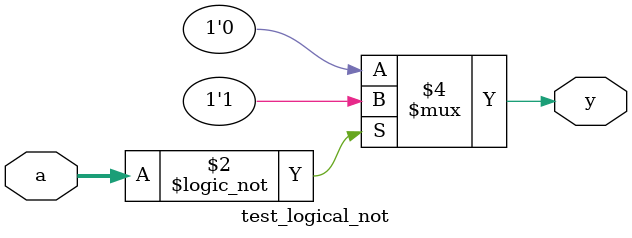
<source format=sv>
module test_logical_not (input [3:0]a,output logic y);
always @ (a)
if (!a)
	y = 1;
else
	y = 0;
endmodule 
</source>
